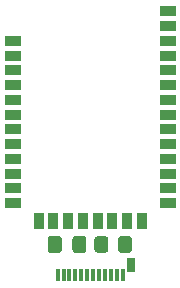
<source format=gts>
%TF.GenerationSoftware,KiCad,Pcbnew,(5.1.9)-1*%
%TF.CreationDate,2021-07-10T22:32:32+01:00*%
%TF.ProjectId,DigiMesh Dongle,44696769-4d65-4736-9820-446f6e676c65,rev?*%
%TF.SameCoordinates,Original*%
%TF.FileFunction,Soldermask,Top*%
%TF.FilePolarity,Negative*%
%FSLAX46Y46*%
G04 Gerber Fmt 4.6, Leading zero omitted, Abs format (unit mm)*
G04 Created by KiCad (PCBNEW (5.1.9)-1) date 2021-07-10 22:32:32*
%MOMM*%
%LPD*%
G01*
G04 APERTURE LIST*
%ADD10R,0.650000X1.150000*%
%ADD11R,0.320000X1.000000*%
%ADD12R,1.447800X0.838200*%
%ADD13R,0.838200X1.447800*%
G04 APERTURE END LIST*
D10*
%TO.C,J1*%
X136170000Y-68160000D03*
D11*
X130000000Y-69000000D03*
X130500000Y-69000000D03*
X131000000Y-69000000D03*
X131500000Y-69000000D03*
X132000000Y-69000000D03*
X132500000Y-69000000D03*
X133000000Y-69000000D03*
X133500000Y-69000000D03*
X134000000Y-69000000D03*
X134500000Y-69000000D03*
X135000000Y-69000000D03*
X135500000Y-69000000D03*
%TD*%
D12*
%TO.C,U2*%
X139315299Y-46643400D03*
X139315299Y-47908320D03*
X139315299Y-49158000D03*
X139315299Y-50407680D03*
X139315299Y-51657360D03*
X139315299Y-52907040D03*
X139315299Y-54156719D03*
X139315299Y-55406400D03*
X139315299Y-56656080D03*
X139315299Y-57905760D03*
X139315299Y-59155440D03*
X139315299Y-60405120D03*
X139315299Y-61654800D03*
X139315299Y-62904480D03*
D13*
X137143599Y-64436100D03*
X135878679Y-64436100D03*
X134628999Y-64436100D03*
X133379318Y-64436100D03*
X132129640Y-64436100D03*
X130879959Y-64436100D03*
X129630279Y-64436100D03*
X128380599Y-64436100D03*
D12*
X126208899Y-62904480D03*
X126208899Y-61654800D03*
X126208899Y-60405120D03*
X126208899Y-59155440D03*
X126208899Y-57905760D03*
X126208899Y-56656080D03*
X126208899Y-55406400D03*
X126208899Y-54156719D03*
X126208899Y-52907040D03*
X126208899Y-51657360D03*
X126208899Y-50407680D03*
X126208899Y-49158000D03*
%TD*%
%TO.C,R6*%
G36*
G01*
X136300000Y-65949999D02*
X136300000Y-66850001D01*
G75*
G02*
X136050001Y-67100000I-249999J0D01*
G01*
X135349999Y-67100000D01*
G75*
G02*
X135100000Y-66850001I0J249999D01*
G01*
X135100000Y-65949999D01*
G75*
G02*
X135349999Y-65700000I249999J0D01*
G01*
X136050001Y-65700000D01*
G75*
G02*
X136300000Y-65949999I0J-249999D01*
G01*
G37*
G36*
G01*
X134300000Y-65949999D02*
X134300000Y-66850001D01*
G75*
G02*
X134050001Y-67100000I-249999J0D01*
G01*
X133349999Y-67100000D01*
G75*
G02*
X133100000Y-66850001I0J249999D01*
G01*
X133100000Y-65949999D01*
G75*
G02*
X133349999Y-65700000I249999J0D01*
G01*
X134050001Y-65700000D01*
G75*
G02*
X134300000Y-65949999I0J-249999D01*
G01*
G37*
%TD*%
%TO.C,C10*%
G36*
G01*
X129175000Y-66875000D02*
X129175000Y-65925000D01*
G75*
G02*
X129425000Y-65675000I250000J0D01*
G01*
X130100000Y-65675000D01*
G75*
G02*
X130350000Y-65925000I0J-250000D01*
G01*
X130350000Y-66875000D01*
G75*
G02*
X130100000Y-67125000I-250000J0D01*
G01*
X129425000Y-67125000D01*
G75*
G02*
X129175000Y-66875000I0J250000D01*
G01*
G37*
G36*
G01*
X131250000Y-66875000D02*
X131250000Y-65925000D01*
G75*
G02*
X131500000Y-65675000I250000J0D01*
G01*
X132175000Y-65675000D01*
G75*
G02*
X132425000Y-65925000I0J-250000D01*
G01*
X132425000Y-66875000D01*
G75*
G02*
X132175000Y-67125000I-250000J0D01*
G01*
X131500000Y-67125000D01*
G75*
G02*
X131250000Y-66875000I0J250000D01*
G01*
G37*
%TD*%
M02*

</source>
